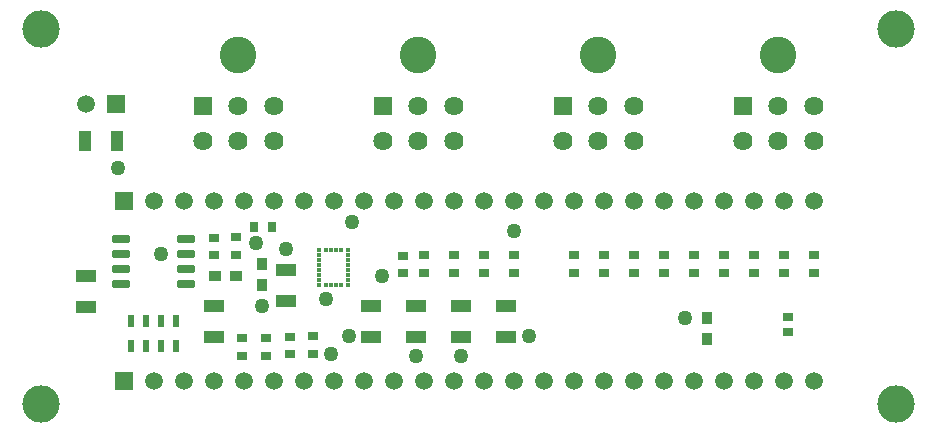
<source format=gts>
G04*
G04 #@! TF.GenerationSoftware,Altium Limited,Altium Designer,21.2.0 (30)*
G04*
G04 Layer_Color=8388736*
%FSLAX23Y23*%
%MOIN*%
G70*
G04*
G04 #@! TF.SameCoordinates,F0910630-DBBB-4278-8751-63CB2971D6BE*
G04*
G04*
G04 #@! TF.FilePolarity,Negative*
G04*
G01*
G75*
%ADD18R,0.035X0.039*%
%ADD19R,0.032X0.028*%
%ADD25R,0.039X0.035*%
%ADD28R,0.067X0.044*%
G04:AMPARAMS|DCode=29|XSize=24mil|YSize=57mil|CornerRadius=2mil|HoleSize=0mil|Usage=FLASHONLY|Rotation=270.000|XOffset=0mil|YOffset=0mil|HoleType=Round|Shape=RoundedRectangle|*
%AMROUNDEDRECTD29*
21,1,0.024,0.053,0,0,270.0*
21,1,0.020,0.057,0,0,270.0*
1,1,0.004,-0.027,-0.010*
1,1,0.004,-0.027,0.010*
1,1,0.004,0.027,0.010*
1,1,0.004,0.027,-0.010*
%
%ADD29ROUNDEDRECTD29*%
%ADD30R,0.036X0.028*%
%ADD31R,0.028X0.036*%
%ADD32R,0.018X0.013*%
%ADD33R,0.013X0.018*%
%ADD34R,0.044X0.067*%
%ADD35R,0.024X0.044*%
%ADD36C,0.059*%
%ADD37R,0.059X0.059*%
%ADD38C,0.125*%
%ADD39C,0.122*%
%ADD40R,0.064X0.064*%
%ADD41C,0.064*%
%ADD42C,0.050*%
%ADD43C,0.050*%
D18*
X2345Y340D02*
D03*
Y410D02*
D03*
X860Y520D02*
D03*
Y590D02*
D03*
D19*
X2615Y414D02*
D03*
Y365D02*
D03*
D25*
X776Y550D02*
D03*
X705D02*
D03*
D28*
X1375Y453D02*
D03*
Y347D02*
D03*
X1525Y453D02*
D03*
Y347D02*
D03*
X1225D02*
D03*
Y453D02*
D03*
X1675Y347D02*
D03*
Y453D02*
D03*
X700Y347D02*
D03*
Y453D02*
D03*
X275Y553D02*
D03*
Y447D02*
D03*
X940Y467D02*
D03*
Y573D02*
D03*
D29*
X393Y675D02*
D03*
Y625D02*
D03*
Y575D02*
D03*
Y525D02*
D03*
X607Y675D02*
D03*
Y625D02*
D03*
Y575D02*
D03*
Y525D02*
D03*
D30*
X1030Y291D02*
D03*
Y350D02*
D03*
X955Y290D02*
D03*
Y349D02*
D03*
X795Y285D02*
D03*
Y345D02*
D03*
X875Y285D02*
D03*
Y345D02*
D03*
X775Y620D02*
D03*
Y680D02*
D03*
X700Y620D02*
D03*
Y679D02*
D03*
X1400Y620D02*
D03*
Y560D02*
D03*
X1330Y619D02*
D03*
Y560D02*
D03*
X1500Y561D02*
D03*
Y620D02*
D03*
X1700Y561D02*
D03*
Y620D02*
D03*
X1600Y561D02*
D03*
Y620D02*
D03*
X2700Y561D02*
D03*
Y620D02*
D03*
X1900Y561D02*
D03*
Y620D02*
D03*
X2000Y561D02*
D03*
Y620D02*
D03*
X2100Y561D02*
D03*
Y620D02*
D03*
X2200Y561D02*
D03*
Y620D02*
D03*
X2300Y561D02*
D03*
Y620D02*
D03*
X2400Y561D02*
D03*
Y620D02*
D03*
X2500Y561D02*
D03*
Y620D02*
D03*
X2600Y561D02*
D03*
Y620D02*
D03*
D31*
X895Y715D02*
D03*
X835D02*
D03*
D32*
X1051Y639D02*
D03*
Y622D02*
D03*
Y605D02*
D03*
Y588D02*
D03*
Y572D02*
D03*
Y555D02*
D03*
Y538D02*
D03*
Y521D02*
D03*
X1149D02*
D03*
Y538D02*
D03*
Y555D02*
D03*
Y572D02*
D03*
Y588D02*
D03*
Y605D02*
D03*
Y622D02*
D03*
Y639D02*
D03*
D33*
X1075D02*
D03*
X1092D02*
D03*
X1108D02*
D03*
X1075Y521D02*
D03*
X1092D02*
D03*
X1108D02*
D03*
X1125D02*
D03*
Y639D02*
D03*
D34*
X378Y1000D02*
D03*
X272D02*
D03*
D35*
X574Y403D02*
D03*
X525D02*
D03*
X475D02*
D03*
X426D02*
D03*
Y317D02*
D03*
X475D02*
D03*
X525D02*
D03*
X574D02*
D03*
D36*
X500Y800D02*
D03*
X600D02*
D03*
X700D02*
D03*
X800D02*
D03*
X900D02*
D03*
X1000D02*
D03*
X1100D02*
D03*
X1200D02*
D03*
X1300D02*
D03*
X1400D02*
D03*
X1500D02*
D03*
X1600D02*
D03*
X1700D02*
D03*
X1800D02*
D03*
X1900D02*
D03*
X2000D02*
D03*
X2100D02*
D03*
X2200D02*
D03*
X2300D02*
D03*
X2400D02*
D03*
X2500D02*
D03*
X2600D02*
D03*
X2700D02*
D03*
Y200D02*
D03*
X2600D02*
D03*
X2500D02*
D03*
X2400D02*
D03*
X2300D02*
D03*
X2200D02*
D03*
X2100D02*
D03*
X2000D02*
D03*
X1900D02*
D03*
X1800D02*
D03*
X1700D02*
D03*
X1600D02*
D03*
X1500D02*
D03*
X1400D02*
D03*
X1300D02*
D03*
X1200D02*
D03*
X1100D02*
D03*
X1000D02*
D03*
X900D02*
D03*
X800D02*
D03*
X700D02*
D03*
X600D02*
D03*
X500D02*
D03*
X275Y1125D02*
D03*
D37*
X400Y800D02*
D03*
Y200D02*
D03*
X375Y1125D02*
D03*
D38*
X2975Y125D02*
D03*
Y1375D02*
D03*
X125Y125D02*
D03*
Y1375D02*
D03*
D39*
X2582Y1288D02*
D03*
X1982D02*
D03*
X1382D02*
D03*
X782D02*
D03*
D40*
X2464Y1118D02*
D03*
X1864D02*
D03*
X1264D02*
D03*
X664D02*
D03*
D41*
X2582D02*
D03*
X2464Y1000D02*
D03*
X2582D02*
D03*
X2700D02*
D03*
Y1118D02*
D03*
X1982D02*
D03*
X1864Y1000D02*
D03*
X1982D02*
D03*
X2100D02*
D03*
Y1118D02*
D03*
X1382D02*
D03*
X1264Y1000D02*
D03*
X1382D02*
D03*
X1500D02*
D03*
Y1118D02*
D03*
X782D02*
D03*
X664Y1000D02*
D03*
X782D02*
D03*
X900D02*
D03*
Y1118D02*
D03*
D42*
X1150Y350D02*
D03*
X860Y450D02*
D03*
X940Y640D02*
D03*
X1075Y475D02*
D03*
X1160Y730D02*
D03*
X1750Y350D02*
D03*
X380Y910D02*
D03*
X1525Y285D02*
D03*
X1375D02*
D03*
D43*
X1260Y550D02*
D03*
X840Y660D02*
D03*
X1090Y290D02*
D03*
X1700Y700D02*
D03*
X2272Y410D02*
D03*
X525Y625D02*
D03*
M02*

</source>
